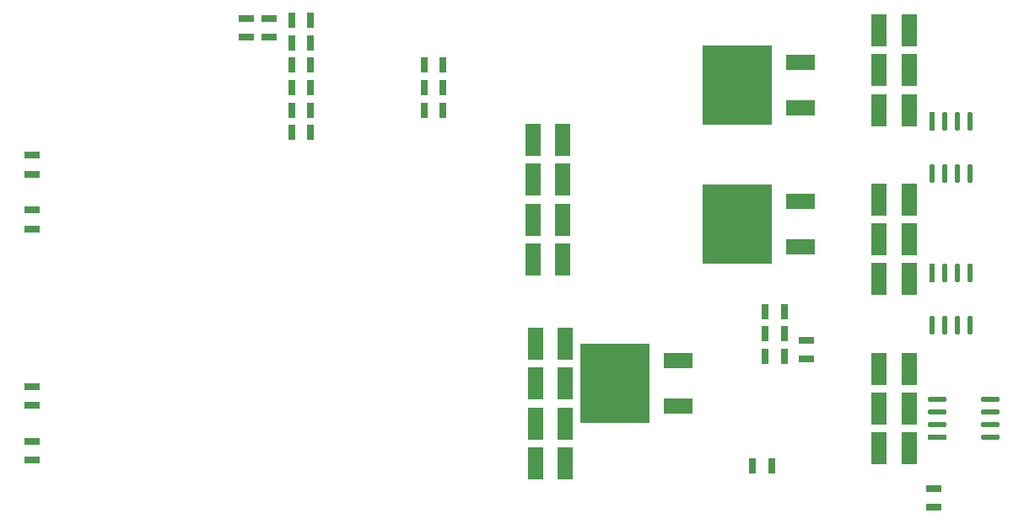
<source format=gbp>
G04 Layer_Color=128*
%FSLAX44Y44*%
%MOMM*%
G71*
G01*
G75*
%ADD10R,1.6000X0.8000*%
%ADD13R,0.8000X1.6000*%
%ADD34R,1.5000X3.2000*%
%ADD35R,3.0000X1.6000*%
%ADD36R,7.0000X8.0000*%
%ADD37R,1.9500X0.5500*%
%ADD38O,1.9500X0.5500*%
%ADD39R,0.5500X1.9500*%
%ADD40O,0.5500X1.9500*%
D10*
X265000Y402000D02*
D03*
Y383000D02*
D03*
Y347000D02*
D03*
Y328000D02*
D03*
X480000Y772000D02*
D03*
Y753000D02*
D03*
X502500Y772000D02*
D03*
Y753000D02*
D03*
X1042000Y429500D02*
D03*
Y448500D02*
D03*
X1170000Y299500D02*
D03*
Y280500D02*
D03*
X265000Y579500D02*
D03*
Y560500D02*
D03*
Y634500D02*
D03*
Y615500D02*
D03*
D13*
X988000Y322500D02*
D03*
X1007000D02*
D03*
X544500Y770000D02*
D03*
X525500D02*
D03*
X525500Y747500D02*
D03*
X544500D02*
D03*
X544500Y725000D02*
D03*
X525500D02*
D03*
X544500Y702500D02*
D03*
X525500D02*
D03*
X544500Y657500D02*
D03*
X525500D02*
D03*
X525500Y680000D02*
D03*
X544500D02*
D03*
X677000Y725000D02*
D03*
X658000D02*
D03*
X658000Y702500D02*
D03*
X677000D02*
D03*
X677000Y680000D02*
D03*
X658000D02*
D03*
X1019500Y477500D02*
D03*
X1000500D02*
D03*
X1019500Y455000D02*
D03*
X1000500D02*
D03*
X1019500Y432500D02*
D03*
X1000500D02*
D03*
D34*
X797500Y650000D02*
D03*
X767500D02*
D03*
X797500Y610000D02*
D03*
X767500D02*
D03*
X797500Y570000D02*
D03*
X767500D02*
D03*
X797500Y530000D02*
D03*
X767500D02*
D03*
X800000Y445000D02*
D03*
X770000D02*
D03*
X800000Y405000D02*
D03*
X770000D02*
D03*
X800000Y365000D02*
D03*
X770000D02*
D03*
X800000Y325000D02*
D03*
X770000D02*
D03*
X1145000Y340000D02*
D03*
X1115000D02*
D03*
X1145000Y380000D02*
D03*
X1115000D02*
D03*
X1145000Y420000D02*
D03*
X1115000D02*
D03*
X1145000Y510000D02*
D03*
X1115000D02*
D03*
X1145000Y550000D02*
D03*
X1115000D02*
D03*
X1145000Y590000D02*
D03*
X1115000D02*
D03*
X1145000Y680000D02*
D03*
X1115000D02*
D03*
X1145000Y720000D02*
D03*
X1115000D02*
D03*
X1145000Y760000D02*
D03*
X1115000D02*
D03*
D35*
X1036000Y727900D02*
D03*
Y682100D02*
D03*
Y587900D02*
D03*
Y542100D02*
D03*
X913500Y427900D02*
D03*
Y382100D02*
D03*
D36*
X972500Y705000D02*
D03*
Y565000D02*
D03*
X850000Y405000D02*
D03*
D37*
X1173500Y350950D02*
D03*
D38*
Y363650D02*
D03*
Y376350D02*
D03*
Y389050D02*
D03*
X1226500Y350950D02*
D03*
Y363650D02*
D03*
Y376350D02*
D03*
Y389050D02*
D03*
D39*
X1168450Y516500D02*
D03*
Y669000D02*
D03*
D40*
X1181150Y516500D02*
D03*
X1193850D02*
D03*
X1206550D02*
D03*
X1168450Y463500D02*
D03*
X1181150D02*
D03*
X1193850D02*
D03*
X1206550D02*
D03*
X1181150Y669000D02*
D03*
X1193850D02*
D03*
X1206550D02*
D03*
X1168450Y616000D02*
D03*
X1181150D02*
D03*
X1193850D02*
D03*
X1206550D02*
D03*
M02*

</source>
